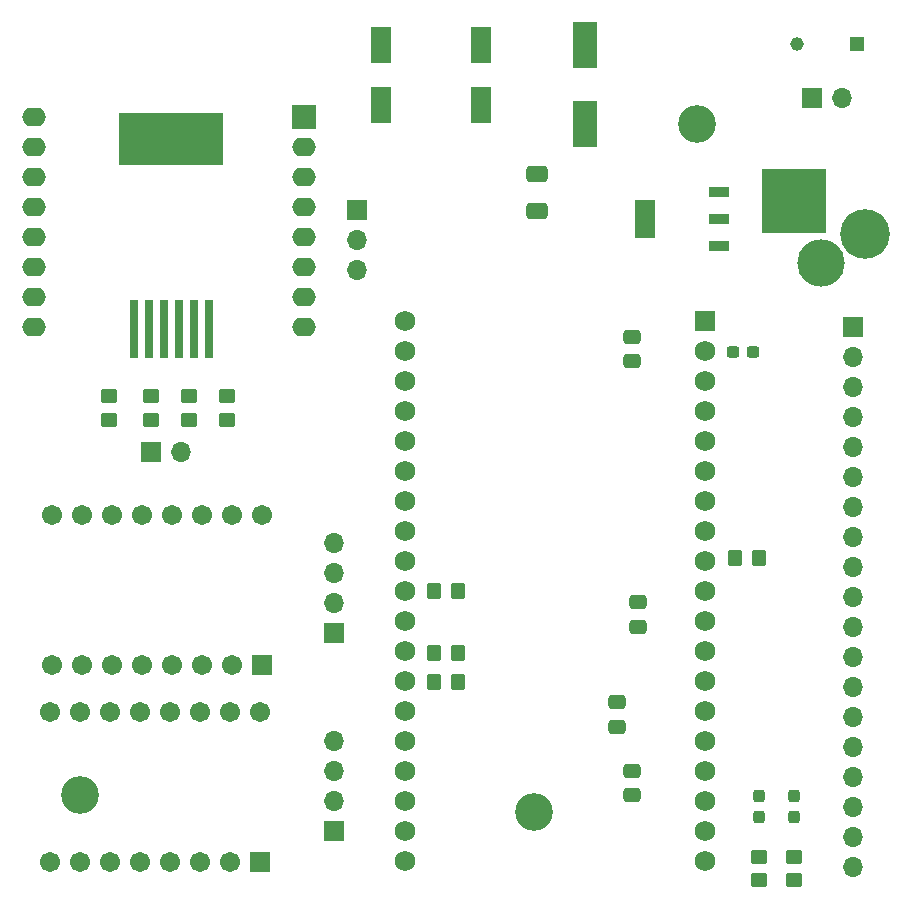
<source format=gbr>
%TF.GenerationSoftware,KiCad,Pcbnew,8.0.8*%
%TF.CreationDate,2025-02-21T08:50:18-05:00*%
%TF.ProjectId,Stardust,53746172-6475-4737-942e-6b696361645f,rev?*%
%TF.SameCoordinates,Original*%
%TF.FileFunction,Soldermask,Top*%
%TF.FilePolarity,Negative*%
%FSLAX46Y46*%
G04 Gerber Fmt 4.6, Leading zero omitted, Abs format (unit mm)*
G04 Created by KiCad (PCBNEW 8.0.8) date 2025-02-21 08:50:18*
%MOMM*%
%LPD*%
G01*
G04 APERTURE LIST*
G04 Aperture macros list*
%AMRoundRect*
0 Rectangle with rounded corners*
0 $1 Rounding radius*
0 $2 $3 $4 $5 $6 $7 $8 $9 X,Y pos of 4 corners*
0 Add a 4 corners polygon primitive as box body*
4,1,4,$2,$3,$4,$5,$6,$7,$8,$9,$2,$3,0*
0 Add four circle primitives for the rounded corners*
1,1,$1+$1,$2,$3*
1,1,$1+$1,$4,$5*
1,1,$1+$1,$6,$7*
1,1,$1+$1,$8,$9*
0 Add four rect primitives between the rounded corners*
20,1,$1+$1,$2,$3,$4,$5,0*
20,1,$1+$1,$4,$5,$6,$7,0*
20,1,$1+$1,$6,$7,$8,$9,0*
20,1,$1+$1,$8,$9,$2,$3,0*%
G04 Aperture macros list end*
%ADD10RoundRect,0.250000X0.475000X-0.337500X0.475000X0.337500X-0.475000X0.337500X-0.475000X-0.337500X0*%
%ADD11RoundRect,0.250000X-0.350000X-0.450000X0.350000X-0.450000X0.350000X0.450000X-0.350000X0.450000X0*%
%ADD12RoundRect,0.237500X0.237500X-0.287500X0.237500X0.287500X-0.237500X0.287500X-0.237500X-0.287500X0*%
%ADD13C,3.200000*%
%ADD14R,1.700000X1.700000*%
%ADD15O,1.700000X1.700000*%
%ADD16R,0.760000X5.000000*%
%ADD17R,8.800000X4.500000*%
%ADD18RoundRect,0.250000X-0.450000X0.350000X-0.450000X-0.350000X0.450000X-0.350000X0.450000X0.350000X0*%
%ADD19R,1.150000X1.150000*%
%ADD20C,1.150000*%
%ADD21R,2.150000X4.000000*%
%ADD22R,1.750000X0.950000*%
%ADD23R,1.750000X3.200000*%
%ADD24R,1.800000X3.150000*%
%ADD25RoundRect,0.250000X-0.475000X0.337500X-0.475000X-0.337500X0.475000X-0.337500X0.475000X0.337500X0*%
%ADD26RoundRect,0.237500X0.300000X0.237500X-0.300000X0.237500X-0.300000X-0.237500X0.300000X-0.237500X0*%
%ADD27RoundRect,0.250000X0.650000X-0.412500X0.650000X0.412500X-0.650000X0.412500X-0.650000X-0.412500X0*%
%ADD28R,5.385000X5.385000*%
%ADD29C,4.005000*%
%ADD30C,4.200000*%
%ADD31RoundRect,0.102000X0.754000X-0.754000X0.754000X0.754000X-0.754000X0.754000X-0.754000X-0.754000X0*%
%ADD32C,1.712000*%
%ADD33RoundRect,0.102000X0.765000X0.765000X-0.765000X0.765000X-0.765000X-0.765000X0.765000X-0.765000X0*%
%ADD34C,1.734000*%
%ADD35R,2.000000X2.000000*%
%ADD36O,2.000000X1.600000*%
G04 APERTURE END LIST*
D10*
%TO.C,C6*%
X176250000Y-117037500D03*
X176250000Y-114962500D03*
%TD*%
D11*
%TO.C,R1*%
X159500000Y-99750000D03*
X161500000Y-99750000D03*
%TD*%
D12*
%TO.C,D2*%
X187000000Y-118875000D03*
X187000000Y-117125000D03*
%TD*%
D13*
%TO.C,H2*%
X129500000Y-117000000D03*
%TD*%
%TO.C,H3*%
X168000000Y-118500000D03*
%TD*%
D14*
%TO.C,J7*%
X135500000Y-88000000D03*
D15*
X138040000Y-88000000D03*
%TD*%
D16*
%TO.C,J2*%
X140425000Y-77550000D03*
X139155000Y-77550000D03*
X137885000Y-77550000D03*
X136615000Y-77550000D03*
X135345000Y-77550000D03*
X134075000Y-77550000D03*
D17*
X137250000Y-61500000D03*
%TD*%
D18*
%TO.C,R14*%
X142000000Y-83250000D03*
X142000000Y-85250000D03*
%TD*%
D19*
%TO.C,U8*%
X195275000Y-53450000D03*
D20*
X190195000Y-53450000D03*
%TD*%
D21*
%TO.C,C7*%
X172250000Y-53550000D03*
X172250000Y-60250000D03*
%TD*%
D22*
%TO.C,U7*%
X183650000Y-70550000D03*
X183650000Y-68250000D03*
X183650000Y-65950000D03*
D23*
X177350000Y-68250000D03*
%TD*%
D24*
%TO.C,C2*%
X163500000Y-53500000D03*
X163500000Y-58600000D03*
%TD*%
%TO.C,C1*%
X155000000Y-53500000D03*
X155000000Y-58600000D03*
%TD*%
D11*
%TO.C,R15*%
X185000000Y-97000000D03*
X187000000Y-97000000D03*
%TD*%
D12*
%TO.C,D1*%
X190000000Y-118875000D03*
X190000000Y-117125000D03*
%TD*%
D25*
%TO.C,C5*%
X176750000Y-100712500D03*
X176750000Y-102787500D03*
%TD*%
D11*
%TO.C,R3*%
X159500000Y-105000000D03*
X161500000Y-105000000D03*
%TD*%
D14*
%TO.C,J3*%
X191460000Y-58000000D03*
D15*
X194000000Y-58000000D03*
%TD*%
D26*
%TO.C,C3*%
X186500000Y-79500000D03*
X184775000Y-79500000D03*
%TD*%
D18*
%TO.C,R13*%
X138750000Y-83250000D03*
X138750000Y-85250000D03*
%TD*%
%TO.C,R9*%
X190000000Y-122250000D03*
X190000000Y-124250000D03*
%TD*%
%TO.C,R10*%
X187000000Y-122250000D03*
X187000000Y-124250000D03*
%TD*%
%TO.C,R12*%
X135500000Y-83250000D03*
X135500000Y-85250000D03*
%TD*%
D27*
%TO.C,C9*%
X168250000Y-67562500D03*
X168250000Y-64437500D03*
%TD*%
D13*
%TO.C,H1*%
X181750000Y-60250000D03*
%TD*%
D11*
%TO.C,R2*%
X159500000Y-107500000D03*
X161500000Y-107500000D03*
%TD*%
D25*
%TO.C,C8*%
X175000000Y-109175000D03*
X175000000Y-111250000D03*
%TD*%
%TO.C,C4*%
X176250000Y-78212500D03*
X176250000Y-80287500D03*
%TD*%
D28*
%TO.C,J1*%
X190000000Y-66700000D03*
D29*
X192300000Y-72000000D03*
D30*
X196000000Y-69500000D03*
%TD*%
D18*
%TO.C,R11*%
X132000000Y-83250000D03*
X132000000Y-85250000D03*
%TD*%
D31*
%TO.C,U2*%
X144890000Y-106000000D03*
D32*
X142350000Y-106000000D03*
X139810000Y-106000000D03*
X137270000Y-106000000D03*
X134730000Y-106000000D03*
X132190000Y-106000000D03*
X129650000Y-106000000D03*
X127110000Y-106000000D03*
X144890000Y-93300000D03*
X142350000Y-93300000D03*
X139810000Y-93300000D03*
X137270000Y-93300000D03*
X134730000Y-93300000D03*
X132190000Y-93300000D03*
X129650000Y-93300000D03*
X127110000Y-93300000D03*
%TD*%
D33*
%TO.C,U1*%
X182400000Y-76860000D03*
D34*
X182400000Y-79400000D03*
X182400000Y-81940000D03*
X182400000Y-84480000D03*
X182400000Y-87020000D03*
X182400000Y-89560000D03*
X182400000Y-92100000D03*
X182400000Y-94640000D03*
X182400000Y-97180000D03*
X182400000Y-99720000D03*
X182400000Y-102260000D03*
X182400000Y-104800000D03*
X182400000Y-107340000D03*
X182400000Y-109880000D03*
X182400000Y-112420000D03*
X182400000Y-114960000D03*
X182400000Y-117500000D03*
X182400000Y-120040000D03*
X182400000Y-122580000D03*
X157000000Y-122580000D03*
X157000000Y-120040000D03*
X157000000Y-117500000D03*
X157000000Y-114960000D03*
X157000000Y-112420000D03*
X157000000Y-109880000D03*
X157000000Y-107340000D03*
X157000000Y-104800000D03*
X157000000Y-102260000D03*
X157000000Y-99720000D03*
X157000000Y-97180000D03*
X157000000Y-94640000D03*
X157000000Y-92100000D03*
X157000000Y-89560000D03*
X157000000Y-87020000D03*
X157000000Y-84480000D03*
X157000000Y-81940000D03*
X157000000Y-79400000D03*
X157000000Y-76860000D03*
%TD*%
D31*
%TO.C,U3*%
X144780000Y-122700000D03*
D32*
X142240000Y-122700000D03*
X139700000Y-122700000D03*
X137160000Y-122700000D03*
X134620000Y-122700000D03*
X132080000Y-122700000D03*
X129540000Y-122700000D03*
X127000000Y-122700000D03*
X144780000Y-110000000D03*
X142240000Y-110000000D03*
X139700000Y-110000000D03*
X137160000Y-110000000D03*
X134620000Y-110000000D03*
X132080000Y-110000000D03*
X129540000Y-110000000D03*
X127000000Y-110000000D03*
%TD*%
D14*
%TO.C,J5*%
X151000000Y-120080000D03*
D15*
X151000000Y-117540000D03*
X151000000Y-115000000D03*
X151000000Y-112460000D03*
%TD*%
D14*
%TO.C,J6*%
X153000000Y-67460000D03*
D15*
X153000000Y-70000000D03*
X153000000Y-72540000D03*
%TD*%
D14*
%TO.C,J8*%
X195000000Y-77420000D03*
D15*
X195000000Y-79960000D03*
X195000000Y-82500000D03*
X195000000Y-85040000D03*
X195000000Y-87580000D03*
X195000000Y-90120000D03*
X195000000Y-92660000D03*
X195000000Y-95200000D03*
X195000000Y-97740000D03*
X195000000Y-100280000D03*
X195000000Y-102820000D03*
X195000000Y-105360000D03*
X195000000Y-107900000D03*
X195000000Y-110440000D03*
X195000000Y-112980000D03*
X195000000Y-115520000D03*
X195000000Y-118060000D03*
X195000000Y-120600000D03*
X195000000Y-123140000D03*
%TD*%
D14*
%TO.C,J4*%
X151000000Y-103300000D03*
D15*
X151000000Y-100760000D03*
X151000000Y-98220000D03*
X151000000Y-95680000D03*
%TD*%
D35*
%TO.C,U4*%
X148445000Y-59610000D03*
D36*
X148445000Y-62150000D03*
X148445000Y-64690000D03*
X148445000Y-67230000D03*
X148445000Y-69770000D03*
X148445000Y-72310000D03*
X148445000Y-74850000D03*
X148445000Y-77390000D03*
X125585000Y-77390000D03*
X125585000Y-74850000D03*
X125585000Y-72310000D03*
X125585000Y-69770000D03*
X125585000Y-67230000D03*
X125585000Y-64690000D03*
X125585000Y-62150000D03*
X125585000Y-59610000D03*
%TD*%
M02*

</source>
